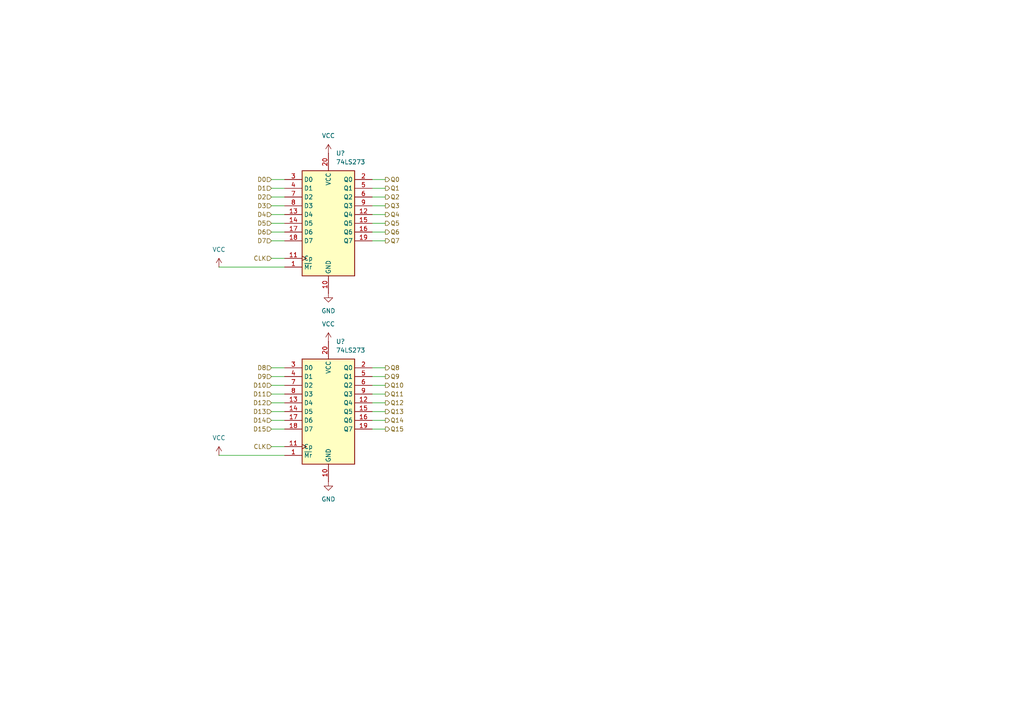
<source format=kicad_sch>
(kicad_sch (version 20231120) (generator "eeschema") (generator_version "8.0")
  (paper "A4")
  (lib_symbols
    (symbol "74xx:74LS273"
      (property "Reference" "U" (at -7.62 16.51 0))
      (property "Value" "74LS273" (at -7.62 -16.51 0))
      (symbol "74LS273_1_0"
        (pin input line (at -12.7 -12.7 0) (length 5.08) (name "~{Mr}") (number "1"))
        (pin power_in line (at 0 -20.32 90) (length 5.08) (name "GND") (number "10"))
        (pin input clock (at -12.7 -10.16 0) (length 5.08) (name "Cp") (number "11"))
        (pin output line (at 12.7 2.54 180) (length 5.08) (name "Q4") (number "12"))
        (pin input line (at -12.7 2.54 0) (length 5.08) (name "D4") (number "13"))
        (pin input line (at -12.7 0 0) (length 5.08) (name "D5") (number "14"))
        (pin output line (at 12.7 0 180) (length 5.08) (name "Q5") (number "15"))
        (pin output line (at 12.7 -2.54 180) (length 5.08) (name "Q6") (number "16"))
        (pin input line (at -12.7 -2.54 0) (length 5.08) (name "D6") (number "17"))
        (pin input line (at -12.7 -5.08 0) (length 5.08) (name "D7") (number "18"))
        (pin output line (at 12.7 -5.08 180) (length 5.08) (name "Q7") (number "19"))
        (pin output line (at 12.7 12.7 180) (length 5.08) (name "Q0") (number "2"))
        (pin power_in line (at 0 20.32 270) (length 5.08) (name "VCC") (number "20"))
        (pin input line (at -12.7 12.7 0) (length 5.08) (name "D0") (number "3"))
        (pin input line (at -12.7 10.16 0) (length 5.08) (name "D1") (number "4"))
        (pin output line (at 12.7 10.16 180) (length 5.08) (name "Q1") (number "5"))
        (pin output line (at 12.7 7.62 180) (length 5.08) (name "Q2") (number "6"))
        (pin input line (at -12.7 7.62 0) (length 5.08) (name "D2") (number "7"))
        (pin input line (at -12.7 5.08 0) (length 5.08) (name "D3") (number "8"))
        (pin output line (at 12.7 5.08 180) (length 5.08) (name "Q3") (number "9"))
      )
      (symbol "74LS273_1_1"
        (rectangle (start -7.62 15.24) (end 7.62 -15.24) (stroke (width 0.254)) (fill (type background)))
      )
    )
    (symbol "power:GND" (power) (pin_numbers hide) (pin_names (offset 0) hide)
      (property "Value" "GND" (at 0 -3.81 0))
      (symbol "GND_0_1"
        (polyline (pts (xy 0 0) (xy 0 -1.27) (xy 1.27 -1.27) (xy 0 -2.54) (xy -1.27 -1.27) (xy 0 -1.27)))
      )
      (symbol "GND_1_1"
        (pin power_in line (at 0 0 270) (length 0) (name "~") (number "1"))
      )
    )
    (symbol "power:VCC" (power) (pin_numbers hide) (pin_names (offset 0) hide)
      (property "Value" "VCC" (at 0 3.556 0))
      (symbol "VCC_0_1"
        (polyline (pts (xy -0.762 1.27) (xy 0 2.54)))
        (polyline (pts (xy 0 0) (xy 0 2.54)))
        (polyline (pts (xy 0 2.54) (xy 0.762 1.27)))
      )
      (symbol "VCC_1_1"
        (pin power_in line (at 0 0 90) (length 0) (name "~") (number "1"))
      )
    )
  )
  (wire (pts (xy 78.74 67.31) (xy 82.55 67.31)))
  (wire (pts (xy 107.95 119.38) (xy 111.76 119.38)))
  (wire (pts (xy 78.74 62.23) (xy 82.55 62.23)))
  (wire (pts (xy 63.5 77.47) (xy 82.55 77.47)))
  (wire (pts (xy 78.74 114.3) (xy 82.55 114.3)))
  (wire (pts (xy 107.95 111.76) (xy 111.76 111.76)))
  (wire (pts (xy 78.74 64.77) (xy 82.55 64.77)))
  (wire (pts (xy 107.95 59.69) (xy 111.76 59.69)))
  (wire (pts (xy 107.95 69.85) (xy 111.76 69.85)))
  (wire (pts (xy 78.74 124.46) (xy 82.55 124.46)))
  (wire (pts (xy 107.95 109.22) (xy 111.76 109.22)))
  (wire (pts (xy 78.74 74.93) (xy 82.55 74.93)))
  (wire (pts (xy 107.95 116.84) (xy 111.76 116.84)))
  (wire (pts (xy 107.95 52.07) (xy 111.76 52.07)))
  (wire (pts (xy 78.74 111.76) (xy 82.55 111.76)))
  (wire (pts (xy 78.74 119.38) (xy 82.55 119.38)))
  (wire (pts (xy 78.74 106.68) (xy 82.55 106.68)))
  (wire (pts (xy 78.74 57.15) (xy 82.55 57.15)))
  (wire (pts (xy 78.74 52.07) (xy 82.55 52.07)))
  (wire (pts (xy 78.74 121.92) (xy 82.55 121.92)))
  (wire (pts (xy 107.95 124.46) (xy 111.76 124.46)))
  (wire (pts (xy 78.74 54.61) (xy 82.55 54.61)))
  (wire (pts (xy 107.95 106.68) (xy 111.76 106.68)))
  (wire (pts (xy 63.5 132.08) (xy 82.55 132.08)))
  (wire (pts (xy 107.95 57.15) (xy 111.76 57.15)))
  (wire (pts (xy 107.95 54.61) (xy 111.76 54.61)))
  (wire (pts (xy 107.95 67.31) (xy 111.76 67.31)))
  (wire (pts (xy 78.74 116.84) (xy 82.55 116.84)))
  (wire (pts (xy 78.74 59.69) (xy 82.55 59.69)))
  (wire (pts (xy 78.74 129.54) (xy 82.55 129.54)))
  (wire (pts (xy 78.74 109.22) (xy 82.55 109.22)))
  (wire (pts (xy 107.95 62.23) (xy 111.76 62.23)))
  (wire (pts (xy 107.95 114.3) (xy 111.76 114.3)))
  (wire (pts (xy 107.95 64.77) (xy 111.76 64.77)))
  (wire (pts (xy 78.74 69.85) (xy 82.55 69.85)))
  (wire (pts (xy 107.95 121.92) (xy 111.76 121.92)))
  (hierarchical_label "D12" (shape input) (at 78.74 116.84 180))
  (hierarchical_label "D13" (shape input) (at 78.74 119.38 180))
  (hierarchical_label "D15" (shape input) (at 78.74 124.46 180))
  (hierarchical_label "Q4" (shape output) (at 111.76 62.23 0))
  (hierarchical_label "D11" (shape input) (at 78.74 114.3 180))
  (hierarchical_label "Q9" (shape output) (at 111.76 109.22 0))
  (hierarchical_label "D10" (shape input) (at 78.74 111.76 180))
  (hierarchical_label "Q14" (shape output) (at 111.76 121.92 0))
  (hierarchical_label "Q0" (shape output) (at 111.76 52.07 0))
  (hierarchical_label "D1" (shape input) (at 78.74 54.61 180))
  (hierarchical_label "D9" (shape input) (at 78.74 109.22 180))
  (hierarchical_label "Q3" (shape output) (at 111.76 59.69 0))
  (hierarchical_label "Q15" (shape output) (at 111.76 124.46 0))
  (hierarchical_label "Q8" (shape output) (at 111.76 106.68 0))
  (hierarchical_label "D7" (shape input) (at 78.74 69.85 180))
  (hierarchical_label "Q6" (shape output) (at 111.76 67.31 0))
  (hierarchical_label "Q10" (shape output) (at 111.76 111.76 0))
  (hierarchical_label "D3" (shape input) (at 78.74 59.69 180))
  (hierarchical_label "Q7" (shape output) (at 111.76 69.85 0))
  (hierarchical_label "CLK" (shape input) (at 78.74 74.93 180))
  (hierarchical_label "D2" (shape input) (at 78.74 57.15 180))
  (hierarchical_label "D14" (shape input) (at 78.74 121.92 180))
  (hierarchical_label "Q13" (shape output) (at 111.76 119.38 0))
  (hierarchical_label "D5" (shape input) (at 78.74 64.77 180))
  (hierarchical_label "Q12" (shape output) (at 111.76 116.84 0))
  (hierarchical_label "Q5" (shape output) (at 111.76 64.77 0))
  (hierarchical_label "D0" (shape input) (at 78.74 52.07 180))
  (hierarchical_label "CLK" (shape input) (at 78.74 129.54 180))
  (hierarchical_label "Q11" (shape output) (at 111.76 114.3 0))
  (hierarchical_label "D4" (shape input) (at 78.74 62.23 180))
  (hierarchical_label "D6" (shape input) (at 78.74 67.31 180))
  (hierarchical_label "Q2" (shape output) (at 111.76 57.15 0))
  (hierarchical_label "D8" (shape input) (at 78.74 106.68 180))
  (hierarchical_label "Q1" (shape output) (at 111.76 54.61 0))
  (symbol (lib_id "power:VCC") (at 63.5 77.47 0) (unit 1)
    (property "Reference" "#PWR?" (effects (hide yes)))
    (property "Value" "VCC" (at 63.5 72.39 0))
    (property "Description" "Power symbol creates a global label with name \"VCC\"" (effects (hide yes)))
    (instances (project "pcb_processor" (path "" (reference "#PWR?") (unit 1)) (path "" (reference "#PWR?") (unit 1))) (project "pcb_processor" (path "" (reference "#PWR?") (unit 1))) (project "pcb_processor" (path "" (reference "#PWR028") (unit 1))))
  )
  (symbol (lib_id "power:GND") (at 95.25 85.09 0) (unit 1)
    (property "Reference" "#PWR?" (effects (hide yes)))
    (property "Value" "GND" (at 95.25 90.17 0))
    (property "Description" "Power symbol creates a global label with name \"GND\" , ground" (effects (hide yes)))
    (instances (project "" (path "" (reference "#PWR?") (unit 1)) (path "" (reference "#PWR?") (unit 1))) (project "" (path "" (reference "#PWR?") (unit 1))) (project "" (path "" (reference "#PWR029") (unit 1))))
  )
  (symbol (lib_id "power:GND") (at 95.25 139.7 0) (unit 1)
    (property "Reference" "#PWR?" (effects (hide yes)))
    (property "Value" "GND" (at 95.25 144.78 0))
    (property "Description" "Power symbol creates a global label with name \"GND\" , ground" (effects (hide yes)))
    (instances (project "pcb_processor" (path "" (reference "#PWR?") (unit 1)) (path "" (reference "#PWR?") (unit 1))) (project "pcb_processor" (path "" (reference "#PWR?") (unit 1))) (project "pcb_processor" (path "" (reference "#PWR032") (unit 1))))
  )
  (symbol (lib_id "power:VCC") (at 95.25 44.45 0) (unit 1)
    (property "Reference" "#PWR?" (effects (hide yes)))
    (property "Value" "VCC" (at 95.25 39.37 0))
    (property "Description" "Power symbol creates a global label with name \"VCC\"" (effects (hide yes)))
    (instances (project "pcb_processor" (path "" (reference "#PWR?") (unit 1)) (path "" (reference "#PWR?") (unit 1))) (project "pcb_processor" (path "" (reference "#PWR?") (unit 1))) (project "pcb_processor" (path "" (reference "#PWR027") (unit 1))))
  )
  (symbol (lib_id "74xx:74LS273") (at 95.25 119.38 0) (unit 1)
    (property "Reference" "U?" (at 97.4441 99.06 0) (effects (justify left)))
    (property "Value" "74LS273" (at 97.4441 101.6 0) (effects (justify left)))
    (property "Footprint" "Package_DIP:DIP-20_W7.62mm_Socket_LongPads" (effects (hide yes)))
    (property "Datasheet" "http://www.ti.com/lit/gpn/sn74LS273" (effects (hide yes)))
    (property "Description" "8-bit D Flip-Flop, reset" (effects (hide yes)))
    (instances (project "pcb_processor" (path "" (reference "U?") (unit 1)) (path "" (reference "U?") (unit 1))) (project "pcb_processor" (path "" (reference "U?") (unit 1))) (project "pcb_processor" (path "" (reference "U5") (unit 1))))
  )
  (symbol (lib_id "power:VCC") (at 95.25 99.06 0) (unit 1)
    (property "Reference" "#PWR?" (effects (hide yes)))
    (property "Value" "VCC" (at 95.25 93.98 0))
    (property "Description" "Power symbol creates a global label with name \"VCC\"" (effects (hide yes)))
    (instances (project "pcb_processor" (path "" (reference "#PWR?") (unit 1)) (path "" (reference "#PWR?") (unit 1))) (project "pcb_processor" (path "" (reference "#PWR?") (unit 1))) (project "pcb_processor" (path "" (reference "#PWR030") (unit 1))))
  )
  (symbol (lib_id "power:VCC") (at 63.5 132.08 0) (unit 1)
    (property "Reference" "#PWR?" (effects (hide yes)))
    (property "Value" "VCC" (at 63.5 127 0))
    (property "Description" "Power symbol creates a global label with name \"VCC\"" (effects (hide yes)))
    (instances (project "" (path "" (reference "#PWR?") (unit 1)) (path "" (reference "#PWR?") (unit 1))) (project "" (path "" (reference "#PWR?") (unit 1))) (project "" (path "" (reference "#PWR031") (unit 1))))
  )
  (symbol (lib_id "74xx:74LS273") (at 95.25 64.77 0) (unit 1)
    (property "Reference" "U?" (at 97.4441 44.45 0) (effects (justify left)))
    (property "Value" "74LS273" (at 97.4441 46.99 0) (effects (justify left)))
    (property "Footprint" "Package_DIP:DIP-20_W7.62mm_Socket_LongPads" (effects (hide yes)))
    (property "Datasheet" "http://www.ti.com/lit/gpn/sn74LS273" (effects (hide yes)))
    (property "Description" "8-bit D Flip-Flop, reset" (effects (hide yes)))
    (instances (project "" (path "" (reference "U?") (unit 1)) (path "" (reference "U?") (unit 1))) (project "" (path "" (reference "U?") (unit 1))) (project "" (path "" (reference "U4") (unit 1))))
  )
)
</source>
